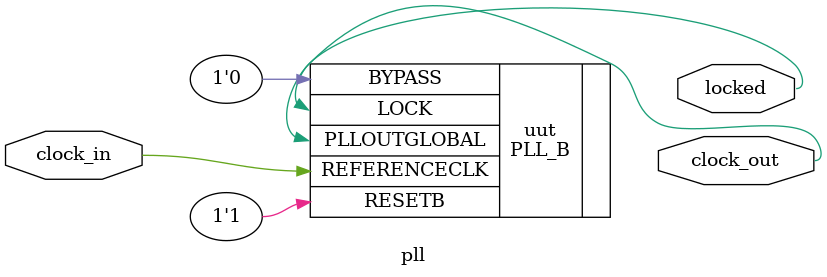
<source format=v>


// The above copyright notice and this permission notice shall be included
// in all copies or substantial portions of the Software.

// THE SOFTWARE IS PROVIDED "AS IS", WITHOUT WARRANTY OF ANY KIND, EXPRESS
// OR IMPLIED, INCLUDING BUT NOT LIMITED TO THE WARRANTIES OF
// MERCHANTABILITY, FITNESS FOR A PARTICULAR PURPOSE AND NONINFRINGEMENT.
// IN NO EVENT SHALL THE AUTHORS OR COPYRIGHT HOLDERS BE LIABLE FOR ANY
// CLAIM, DAMAGES OR OTHER LIABILITY, WHETHER IN AN ACTION OF CONTRACT,
// TORT OR OTHERWISE, ARISING FROM, OUT OF OR IN CONNECTION WITH THE
// SOFTWARE OR THE USE OR OTHER DEALINGS IN THE SOFTWARE.


/**
 * PLL configuration
 *
 * This Verilog module was generated automatically
 * using the icepll tool from the IceStorm project.
 * Use at your own risk.
 *
 * Given input frequency:        12.000 MHz
 * Requested output frequency:   19.200 MHz
 * Achieved output frequency:    19.125 MHz
 */

module pll(
	input  clock_in,
	output clock_out,
	output locked
	);

PLL_B #(
		.FEEDBACK_PATH("SIMPLE"),
		.DIVR(4'b0000),		// DIVR =  0
		.DIVF(7'b0110010),	// DIVF = 50
		.DIVQ(3'b101),		// DIVQ =  5
		.FILTER_RANGE(3'b001)	// FILTER_RANGE = 1
	) uut (
		.LOCK(locked),
		.RESETB(1'b1),
		.BYPASS(1'b0),
		.REFERENCECLK(clock_in),
		.PLLOUTGLOBAL(clock_out)
		);

endmodule

</source>
